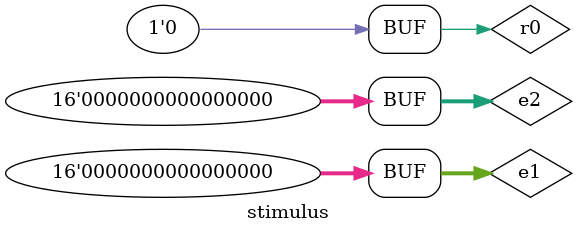
<source format=v>



`timescale 1ns / 1ps
module stimulus;
	// Inputs
	reg [15:0] e1 = 16'b0000000000000000;
	reg [15:0] e2 = 16'b0000000000000000;
    reg r0;
   
	// Outputs
	wire [15:0] s;
    wire r1;
	// Instantiate the Unit Under Test (UUT)
	operation16 uut (
		e1 [15:0], 
		e2 [15:0], 
        r0,
		s [15:0],
        r1
	);
 
	initial begin
	$dumpfile("add16bit.vcd");
    $dumpvars(0,stimulus);
		// Initialize Inputs
		e1 = 16'b0000000000000000;
		e2 = 16'b0000000000000000;
        r0 = 0;
 
		#5;

		e1 = 16'b0110000010000001;
		e2 = 16'b0100000100000110;
        r0 = 1;

		#10;

		e1 = 16'b1000001000010011;
		e2 = 16'b0001000010000000;
        r0 = 1;

		#10;

		e1 = 16'b1000100100001000;
		e2 = 16'b1101001101001000;
        r0 = 0;

		#10;
		e1 = 16'b0000000000000000;
		e2 = 16'b0000000000000000;
        r0 = 0;
 
	end  
 
	initial begin
		 $monitor("t=%3d e1=%d, e2=%d, r0=%d, s=%d, r1=%d \n",$time,e1,e2, r0,s,r1);
	end
 
endmodule
 

 

</source>
